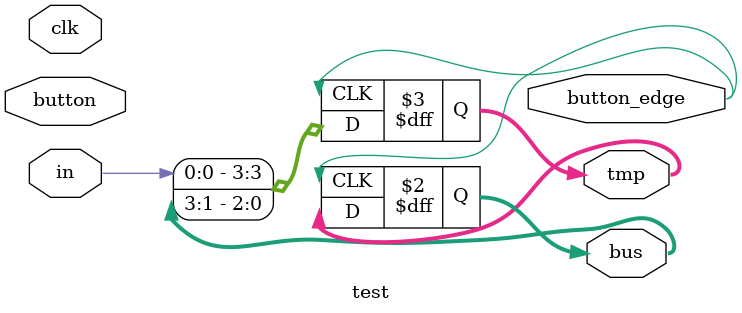
<source format=v>
`timescale 1ns / 1ps


module test(
    input clk, in, button,
    output reg[3:0] bus,tmp,
    output button_edge
    );
    //signal_edge s(.clk(clk),.button(button),.button_edge(button_edge));
    always@(posedge button_edge)
    begin
            tmp <= {in,bus[3:1]};
            bus <= tmp;
    end
endmodule

</source>
